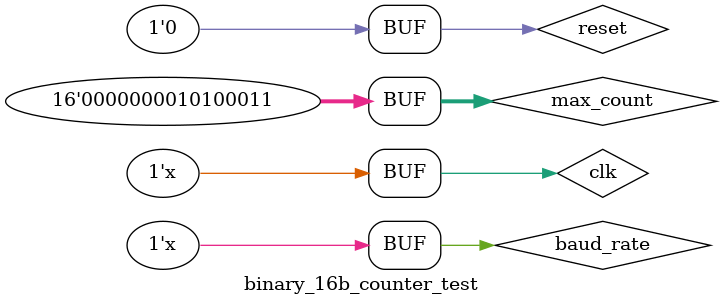
<source format=v>
`timescale 1ns / 1ps


module binary_16b_counter_test;

	// Inputs
	reg clk;
	reg reset;
	reg [15:0] max_count;

	// Outputs
	wire max_tick;
	
	reg baud_rate;

	// Instantiate the Unit Under Test (UUT)
	binary_16b_counter uut (
		.clk(clk), 
		.reset(reset), 
		.max_count(max_count), 
		.max_tick(max_tick)
	);

	initial begin
		// Initialize Inputs
		clk = 0;
		reset = 1;
		max_count = 0;
		
		baud_rate = 0;

		// Wait 100 ns for global reset to finish
		#100;
        
		// Add stimulus here
		reset = 0;
		
		#20;
		max_count = 163;

	end
	
	always #10 clk = ~clk;
	always #26041.7 baud_rate = ~baud_rate;
	
      
endmodule

</source>
